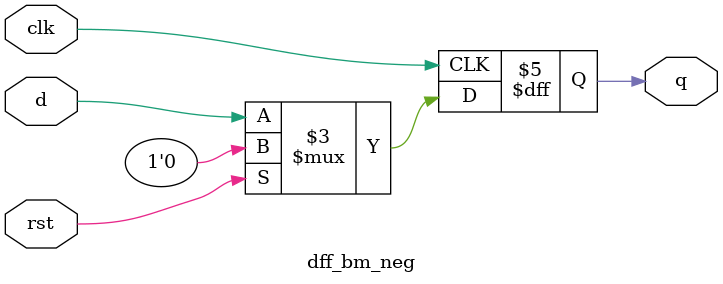
<source format=v>
module dff_bm_neg (input clk,d,rst,output reg q );
	always @ (negedge clk)
	begin
		if(rst)
			q<=1'b0;
		else
			q<=d;
	end	
endmodule 
</source>
